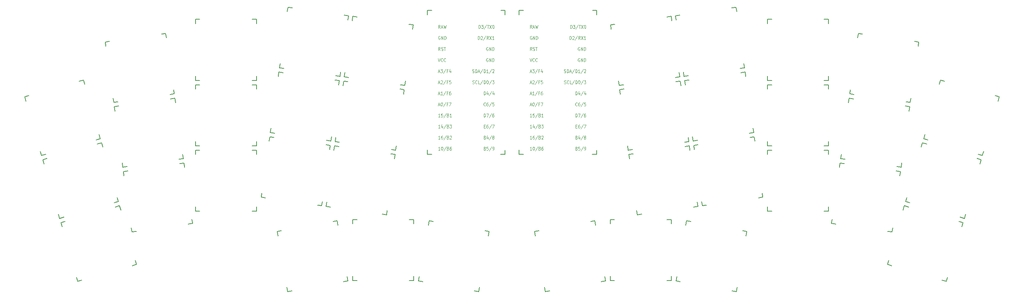
<source format=gbr>
%TF.GenerationSoftware,KiCad,Pcbnew,(5.1.9)-1*%
%TF.CreationDate,2021-03-06T17:12:20-05:00*%
%TF.ProjectId,ya36,79613336-2e6b-4696-9361-645f70636258,rev?*%
%TF.SameCoordinates,Original*%
%TF.FileFunction,Legend,Top*%
%TF.FilePolarity,Positive*%
%FSLAX46Y46*%
G04 Gerber Fmt 4.6, Leading zero omitted, Abs format (unit mm)*
G04 Created by KiCad (PCBNEW (5.1.9)-1) date 2021-03-06 17:12:20*
%MOMM*%
%LPD*%
G01*
G04 APERTURE LIST*
%ADD10C,0.150000*%
%ADD11C,0.125000*%
G04 APERTURE END LIST*
D10*
%TO.C,U2*%
X171900000Y-84500000D02*
X170890000Y-84500000D01*
X154100000Y-84500000D02*
X155100000Y-84500000D01*
X171900000Y-83500000D02*
X171900000Y-84500000D01*
X154100000Y-83450000D02*
X154100000Y-84500000D01*
X171900000Y-51450000D02*
X170950000Y-51450000D01*
X154100000Y-51450000D02*
X155100000Y-51450000D01*
X171900000Y-51450000D02*
X171900000Y-52450000D01*
X154100000Y-51450000D02*
X154100000Y-52450000D01*
%TO.C,U1*%
X150900000Y-84500000D02*
X149890000Y-84500000D01*
X133100000Y-84500000D02*
X134100000Y-84500000D01*
X150900000Y-83500000D02*
X150900000Y-84500000D01*
X133100000Y-83450000D02*
X133100000Y-84500000D01*
X150900000Y-51450000D02*
X149950000Y-51450000D01*
X133100000Y-51450000D02*
X134100000Y-51450000D01*
X150900000Y-51450000D02*
X150900000Y-52450000D01*
X133100000Y-51450000D02*
X133100000Y-52450000D01*
%TO.C,SW13*%
X80000000Y-84500000D02*
X80000000Y-83500000D01*
X80000000Y-97500000D02*
X81000000Y-97500000D01*
X81000000Y-83500000D02*
X80000000Y-83500000D01*
X80000000Y-97500000D02*
X80000000Y-96500000D01*
X94000000Y-96500000D02*
X94000000Y-97500000D01*
X94000000Y-97500000D02*
X93000000Y-97500000D01*
X93000000Y-97500000D02*
X94000000Y-97500000D01*
X94000000Y-83500000D02*
X94000000Y-84500000D01*
X94000000Y-83500000D02*
X93000000Y-83500000D01*
%TO.C,SW12*%
X63646970Y-89386624D02*
X63507797Y-88396356D01*
X65456220Y-102260109D02*
X66446488Y-102120936D01*
X64498065Y-88257183D02*
X63507797Y-88396356D01*
X65456220Y-102260109D02*
X65317047Y-101269841D01*
X79180800Y-99321418D02*
X79319973Y-100311686D01*
X79319973Y-100311686D02*
X78329705Y-100450859D01*
X78329705Y-100450859D02*
X79319973Y-100311686D01*
X77371550Y-86447933D02*
X77510723Y-87438201D01*
X77371550Y-86447933D02*
X76381282Y-86587106D01*
%TO.C,SW14*%
X96873971Y-81438201D02*
X97013144Y-80447933D01*
X95064721Y-94311686D02*
X96054989Y-94450859D01*
X98003412Y-80587106D02*
X97013144Y-80447933D01*
X95064721Y-94311686D02*
X95203894Y-93321418D01*
X109067647Y-95269841D02*
X108928474Y-96260109D01*
X108928474Y-96260109D02*
X107938206Y-96120936D01*
X107938206Y-96120936D02*
X108928474Y-96260109D01*
X110876897Y-82396356D02*
X110737724Y-83386624D01*
X110876897Y-82396356D02*
X109886629Y-82257183D01*
%TO.C,SW1*%
X41177122Y-72242965D02*
X40901485Y-71281704D01*
X44760408Y-84739367D02*
X45721669Y-84463730D01*
X41862746Y-71006066D02*
X40901485Y-71281704D01*
X44760408Y-84739367D02*
X44484770Y-83778106D01*
X57942434Y-79919183D02*
X58218071Y-80880444D01*
X58218071Y-80880444D02*
X57256810Y-81156082D01*
X57256810Y-81156082D02*
X58218071Y-80880444D01*
X54359148Y-67422781D02*
X54634786Y-68384042D01*
X54359148Y-67422781D02*
X53397887Y-67698418D01*
%TO.C,SW2*%
X59471777Y-59678582D02*
X59332604Y-58688314D01*
X61281027Y-72552067D02*
X62271295Y-72412894D01*
X60322872Y-58549141D02*
X59332604Y-58688314D01*
X61281027Y-72552067D02*
X61141854Y-71561799D01*
X75005607Y-69613376D02*
X75144780Y-70603644D01*
X75144780Y-70603644D02*
X74154512Y-70742817D01*
X74154512Y-70742817D02*
X75144780Y-70603644D01*
X73196357Y-56739891D02*
X73335530Y-57730159D01*
X73196357Y-56739891D02*
X72206089Y-56879064D01*
%TO.C,SW3*%
X80000000Y-54500000D02*
X80000000Y-53500000D01*
X80000000Y-67500000D02*
X81000000Y-67500000D01*
X81000000Y-53500000D02*
X80000000Y-53500000D01*
X80000000Y-67500000D02*
X80000000Y-66500000D01*
X94000000Y-66500000D02*
X94000000Y-67500000D01*
X94000000Y-67500000D02*
X93000000Y-67500000D01*
X93000000Y-67500000D02*
X94000000Y-67500000D01*
X94000000Y-53500000D02*
X94000000Y-54500000D01*
X94000000Y-53500000D02*
X93000000Y-53500000D01*
%TO.C,SW4*%
X101049164Y-51730159D02*
X101188337Y-50739891D01*
X99239914Y-64603644D02*
X100230182Y-64742817D01*
X102178605Y-50879064D02*
X101188337Y-50739891D01*
X99239914Y-64603644D02*
X99379087Y-63613376D01*
X113242840Y-65561799D02*
X113103667Y-66552067D01*
X113103667Y-66552067D02*
X112113399Y-66412894D01*
X112113399Y-66412894D02*
X113103667Y-66552067D01*
X115052090Y-52688314D02*
X114912917Y-53678582D01*
X115052090Y-52688314D02*
X114061822Y-52549141D01*
%TO.C,SW5*%
X115903185Y-53817756D02*
X116042358Y-52827488D01*
X114093935Y-66691241D02*
X115084203Y-66830414D01*
X117032626Y-52966661D02*
X116042358Y-52827488D01*
X114093935Y-66691241D02*
X114233108Y-65700973D01*
X128096861Y-67649396D02*
X127957688Y-68639664D01*
X127957688Y-68639664D02*
X126967420Y-68500491D01*
X126967420Y-68500491D02*
X127957688Y-68639664D01*
X129906111Y-54775911D02*
X129766938Y-55766179D01*
X129906111Y-54775911D02*
X128915843Y-54636738D01*
%TO.C,SW6*%
X45311683Y-86661890D02*
X45036046Y-85700629D01*
X48894969Y-99158292D02*
X49856230Y-98882655D01*
X45997307Y-85424991D02*
X45036046Y-85700629D01*
X48894969Y-99158292D02*
X48619331Y-98197031D01*
X62076995Y-94338108D02*
X62352632Y-95299369D01*
X62352632Y-95299369D02*
X61391371Y-95575007D01*
X61391371Y-95575007D02*
X62352632Y-95299369D01*
X58493709Y-81841706D02*
X58769347Y-82802967D01*
X58493709Y-81841706D02*
X57532448Y-82117343D01*
%TO.C,SW7*%
X61559373Y-74532602D02*
X61420200Y-73542334D01*
X63368623Y-87406087D02*
X64358891Y-87266914D01*
X62410468Y-73403161D02*
X61420200Y-73542334D01*
X63368623Y-87406087D02*
X63229450Y-86415819D01*
X77093203Y-84467396D02*
X77232376Y-85457664D01*
X77232376Y-85457664D02*
X76242108Y-85596837D01*
X76242108Y-85596837D02*
X77232376Y-85457664D01*
X75283953Y-71593911D02*
X75423126Y-72584179D01*
X75283953Y-71593911D02*
X74293685Y-71733084D01*
%TO.C,SW8*%
X80000000Y-69500000D02*
X80000000Y-68500000D01*
X80000000Y-82500000D02*
X81000000Y-82500000D01*
X81000000Y-68500000D02*
X80000000Y-68500000D01*
X80000000Y-82500000D02*
X80000000Y-81500000D01*
X94000000Y-81500000D02*
X94000000Y-82500000D01*
X94000000Y-82500000D02*
X93000000Y-82500000D01*
X93000000Y-82500000D02*
X94000000Y-82500000D01*
X94000000Y-68500000D02*
X94000000Y-69500000D01*
X94000000Y-68500000D02*
X93000000Y-68500000D01*
%TO.C,SW9*%
X98961568Y-66584181D02*
X99100741Y-65593913D01*
X97152318Y-79457666D02*
X98142586Y-79596839D01*
X100091009Y-65733086D02*
X99100741Y-65593913D01*
X97152318Y-79457666D02*
X97291491Y-78467398D01*
X111155244Y-80415821D02*
X111016071Y-81406089D01*
X111016071Y-81406089D02*
X110025803Y-81266916D01*
X110025803Y-81266916D02*
X111016071Y-81406089D01*
X112964494Y-67542336D02*
X112825321Y-68532604D01*
X112964494Y-67542336D02*
X111974226Y-67403163D01*
%TO.C,SW10*%
X113815589Y-68671776D02*
X113954762Y-67681508D01*
X112006339Y-81545261D02*
X112996607Y-81684434D01*
X114945030Y-67820681D02*
X113954762Y-67681508D01*
X112006339Y-81545261D02*
X112145512Y-80554993D01*
X126009265Y-82503416D02*
X125870092Y-83493684D01*
X125870092Y-83493684D02*
X124879824Y-83354511D01*
X124879824Y-83354511D02*
X125870092Y-83493684D01*
X127818515Y-69629931D02*
X127679342Y-70620199D01*
X127818515Y-69629931D02*
X126828247Y-69490758D01*
%TO.C,SW11*%
X49446243Y-101080816D02*
X49170606Y-100119555D01*
X53029529Y-113577218D02*
X53990790Y-113301581D01*
X50131867Y-99843917D02*
X49170606Y-100119555D01*
X53029529Y-113577218D02*
X52753891Y-112615957D01*
X66211555Y-108757034D02*
X66487192Y-109718295D01*
X66487192Y-109718295D02*
X65525931Y-109993933D01*
X65525931Y-109993933D02*
X66487192Y-109718295D01*
X62628269Y-96260632D02*
X62903907Y-97221893D01*
X62628269Y-96260632D02*
X61667008Y-96536269D01*
%TO.C,SW15*%
X111727992Y-83525797D02*
X111867165Y-82535529D01*
X109918742Y-96399282D02*
X110909010Y-96538455D01*
X112857433Y-82674702D02*
X111867165Y-82535529D01*
X109918742Y-96399282D02*
X110057915Y-95409014D01*
X123921668Y-97357437D02*
X123782495Y-98347705D01*
X123782495Y-98347705D02*
X122792227Y-98208532D01*
X122792227Y-98208532D02*
X123782495Y-98347705D01*
X125730918Y-84483952D02*
X125591745Y-85474220D01*
X125730918Y-84483952D02*
X124740650Y-84344779D01*
%TO.C,SW16*%
X98876038Y-103135420D02*
X98702389Y-102150612D01*
X101133464Y-115937921D02*
X102118272Y-115764272D01*
X99687197Y-101976964D02*
X98702389Y-102150612D01*
X101133464Y-115937921D02*
X100959816Y-114953113D01*
X114747124Y-112522038D02*
X114920773Y-113506846D01*
X114920773Y-113506846D02*
X113935965Y-113680494D01*
X113935965Y-113680494D02*
X114920773Y-113506846D01*
X112489698Y-99719537D02*
X112663346Y-100704345D01*
X112489698Y-99719537D02*
X111504890Y-99893186D01*
%TO.C,SW17*%
X116000000Y-100412426D02*
X116000000Y-99412426D01*
X116000000Y-113412426D02*
X117000000Y-113412426D01*
X117000000Y-99412426D02*
X116000000Y-99412426D01*
X116000000Y-113412426D02*
X116000000Y-112412426D01*
X130000000Y-112412426D02*
X130000000Y-113412426D01*
X130000000Y-113412426D02*
X129000000Y-113412426D01*
X129000000Y-113412426D02*
X130000000Y-113412426D01*
X130000000Y-99412426D02*
X130000000Y-100412426D01*
X130000000Y-99412426D02*
X129000000Y-99412426D01*
%TO.C,SW18*%
X133336655Y-100704345D02*
X133510303Y-99719537D01*
X131079228Y-113506846D02*
X132064036Y-113680494D01*
X134495111Y-99893186D02*
X133510303Y-99719537D01*
X131079228Y-113506846D02*
X131252877Y-112522038D01*
X145040185Y-114953113D02*
X144866537Y-115937921D01*
X144866537Y-115937921D02*
X143881729Y-115764272D01*
X143881729Y-115764272D02*
X144866537Y-115937921D01*
X147297612Y-102150612D02*
X147123963Y-103135420D01*
X147297612Y-102150612D02*
X146312804Y-101976964D01*
%TO.C,SW19*%
X250365214Y-68384042D02*
X250640852Y-67422781D01*
X246781929Y-80880444D02*
X247743190Y-81156082D01*
X251602113Y-67698418D02*
X250640852Y-67422781D01*
X246781929Y-80880444D02*
X247057566Y-79919183D01*
X260515230Y-83778106D02*
X260239592Y-84739367D01*
X260239592Y-84739367D02*
X259278331Y-84463730D01*
X259278331Y-84463730D02*
X260239592Y-84739367D01*
X264098515Y-71281704D02*
X263822878Y-72242965D01*
X264098515Y-71281704D02*
X263137254Y-71006066D01*
%TO.C,SW20*%
X231664470Y-57730159D02*
X231803643Y-56739891D01*
X229855220Y-70603644D02*
X230845488Y-70742817D01*
X232793911Y-56879064D02*
X231803643Y-56739891D01*
X229855220Y-70603644D02*
X229994393Y-69613376D01*
X243858146Y-71561799D02*
X243718973Y-72552067D01*
X243718973Y-72552067D02*
X242728705Y-72412894D01*
X242728705Y-72412894D02*
X243718973Y-72552067D01*
X245667396Y-58688314D02*
X245528223Y-59678582D01*
X245667396Y-58688314D02*
X244677128Y-58549141D01*
%TO.C,SW21*%
X211000000Y-54500000D02*
X211000000Y-53500000D01*
X211000000Y-67500000D02*
X212000000Y-67500000D01*
X212000000Y-53500000D02*
X211000000Y-53500000D01*
X211000000Y-67500000D02*
X211000000Y-66500000D01*
X225000000Y-66500000D02*
X225000000Y-67500000D01*
X225000000Y-67500000D02*
X224000000Y-67500000D01*
X224000000Y-67500000D02*
X225000000Y-67500000D01*
X225000000Y-53500000D02*
X225000000Y-54500000D01*
X225000000Y-53500000D02*
X224000000Y-53500000D01*
%TO.C,SW22*%
X190087084Y-53678582D02*
X189947911Y-52688314D01*
X191896334Y-66552067D02*
X192886602Y-66412894D01*
X190938179Y-52549141D02*
X189947911Y-52688314D01*
X191896334Y-66552067D02*
X191757161Y-65561799D01*
X205620914Y-63613376D02*
X205760087Y-64603644D01*
X205760087Y-64603644D02*
X204769819Y-64742817D01*
X204769819Y-64742817D02*
X205760087Y-64603644D01*
X203811664Y-50739891D02*
X203950837Y-51730159D01*
X203811664Y-50739891D02*
X202821396Y-50879064D01*
%TO.C,SW23*%
X175233063Y-55766179D02*
X175093890Y-54775911D01*
X177042313Y-68639664D02*
X178032581Y-68500491D01*
X176084158Y-54636738D02*
X175093890Y-54775911D01*
X177042313Y-68639664D02*
X176903140Y-67649396D01*
X190766893Y-65700973D02*
X190906066Y-66691241D01*
X190906066Y-66691241D02*
X189915798Y-66830414D01*
X189915798Y-66830414D02*
X190906066Y-66691241D01*
X188957643Y-52827488D02*
X189096816Y-53817756D01*
X188957643Y-52827488D02*
X187967375Y-52966661D01*
%TO.C,SW24*%
X246230653Y-82802967D02*
X246506291Y-81841706D01*
X242647368Y-95299369D02*
X243608629Y-95575007D01*
X247467552Y-82117343D02*
X246506291Y-81841706D01*
X242647368Y-95299369D02*
X242923005Y-94338108D01*
X256380669Y-98197031D02*
X256105031Y-99158292D01*
X256105031Y-99158292D02*
X255143770Y-98882655D01*
X255143770Y-98882655D02*
X256105031Y-99158292D01*
X259963954Y-85700629D02*
X259688317Y-86661890D01*
X259963954Y-85700629D02*
X259002693Y-85424991D01*
%TO.C,SW25*%
X229576874Y-72584179D02*
X229716047Y-71593911D01*
X227767624Y-85457664D02*
X228757892Y-85596837D01*
X230706315Y-71733084D02*
X229716047Y-71593911D01*
X227767624Y-85457664D02*
X227906797Y-84467396D01*
X241770550Y-86415819D02*
X241631377Y-87406087D01*
X241631377Y-87406087D02*
X240641109Y-87266914D01*
X240641109Y-87266914D02*
X241631377Y-87406087D01*
X243579800Y-73542334D02*
X243440627Y-74532602D01*
X243579800Y-73542334D02*
X242589532Y-73403161D01*
%TO.C,SW26*%
X211000000Y-69500000D02*
X211000000Y-68500000D01*
X211000000Y-82500000D02*
X212000000Y-82500000D01*
X212000000Y-68500000D02*
X211000000Y-68500000D01*
X211000000Y-82500000D02*
X211000000Y-81500000D01*
X225000000Y-81500000D02*
X225000000Y-82500000D01*
X225000000Y-82500000D02*
X224000000Y-82500000D01*
X224000000Y-82500000D02*
X225000000Y-82500000D01*
X225000000Y-68500000D02*
X225000000Y-69500000D01*
X225000000Y-68500000D02*
X224000000Y-68500000D01*
%TO.C,SW27*%
X192174680Y-68532604D02*
X192035507Y-67542336D01*
X193983930Y-81406089D02*
X194974198Y-81266916D01*
X193025775Y-67403163D02*
X192035507Y-67542336D01*
X193983930Y-81406089D02*
X193844757Y-80415821D01*
X207708510Y-78467398D02*
X207847683Y-79457666D01*
X207847683Y-79457666D02*
X206857415Y-79596839D01*
X206857415Y-79596839D02*
X207847683Y-79457666D01*
X205899260Y-65593913D02*
X206038433Y-66584181D01*
X205899260Y-65593913D02*
X204908992Y-65733086D01*
%TO.C,SW28*%
X177320659Y-70620199D02*
X177181486Y-69629931D01*
X179129909Y-83493684D02*
X180120177Y-83354511D01*
X178171754Y-69490758D02*
X177181486Y-69629931D01*
X179129909Y-83493684D02*
X178990736Y-82503416D01*
X192854489Y-80554993D02*
X192993662Y-81545261D01*
X192993662Y-81545261D02*
X192003394Y-81684434D01*
X192003394Y-81684434D02*
X192993662Y-81545261D01*
X191045239Y-67681508D02*
X191184412Y-68671776D01*
X191045239Y-67681508D02*
X190054971Y-67820681D01*
%TO.C,SW29*%
X242096093Y-97221893D02*
X242371731Y-96260632D01*
X238512808Y-109718295D02*
X239474069Y-109993933D01*
X243332992Y-96536269D02*
X242371731Y-96260632D01*
X238512808Y-109718295D02*
X238788445Y-108757034D01*
X252246109Y-112615957D02*
X251970471Y-113577218D01*
X251970471Y-113577218D02*
X251009210Y-113301581D01*
X251009210Y-113301581D02*
X251970471Y-113577218D01*
X255829394Y-100119555D02*
X255553757Y-101080816D01*
X255829394Y-100119555D02*
X254868133Y-99843917D01*
%TO.C,SW30*%
X227489277Y-87438201D02*
X227628450Y-86447933D01*
X225680027Y-100311686D02*
X226670295Y-100450859D01*
X228618718Y-86587106D02*
X227628450Y-86447933D01*
X225680027Y-100311686D02*
X225819200Y-99321418D01*
X239682953Y-101269841D02*
X239543780Y-102260109D01*
X239543780Y-102260109D02*
X238553512Y-102120936D01*
X238553512Y-102120936D02*
X239543780Y-102260109D01*
X241492203Y-88396356D02*
X241353030Y-89386624D01*
X241492203Y-88396356D02*
X240501935Y-88257183D01*
%TO.C,SW31*%
X211000000Y-84500000D02*
X211000000Y-83500000D01*
X211000000Y-97500000D02*
X212000000Y-97500000D01*
X212000000Y-83500000D02*
X211000000Y-83500000D01*
X211000000Y-97500000D02*
X211000000Y-96500000D01*
X225000000Y-96500000D02*
X225000000Y-97500000D01*
X225000000Y-97500000D02*
X224000000Y-97500000D01*
X224000000Y-97500000D02*
X225000000Y-97500000D01*
X225000000Y-83500000D02*
X225000000Y-84500000D01*
X225000000Y-83500000D02*
X224000000Y-83500000D01*
%TO.C,SW32*%
X194262277Y-83386624D02*
X194123104Y-82396356D01*
X196071527Y-96260109D02*
X197061795Y-96120936D01*
X195113372Y-82257183D02*
X194123104Y-82396356D01*
X196071527Y-96260109D02*
X195932354Y-95269841D01*
X209796107Y-93321418D02*
X209935280Y-94311686D01*
X209935280Y-94311686D02*
X208945012Y-94450859D01*
X208945012Y-94450859D02*
X209935280Y-94311686D01*
X207986857Y-80447933D02*
X208126030Y-81438201D01*
X207986857Y-80447933D02*
X206996589Y-80587106D01*
%TO.C,SW33*%
X179408256Y-85474220D02*
X179269083Y-84483952D01*
X181217506Y-98347705D02*
X182207774Y-98208532D01*
X180259351Y-84344779D02*
X179269083Y-84483952D01*
X181217506Y-98347705D02*
X181078333Y-97357437D01*
X194942086Y-95409014D02*
X195081259Y-96399282D01*
X195081259Y-96399282D02*
X194090991Y-96538455D01*
X194090991Y-96538455D02*
X195081259Y-96399282D01*
X193132836Y-82535529D02*
X193272009Y-83525797D01*
X193132836Y-82535529D02*
X192142568Y-82674702D01*
%TO.C,SW34*%
X192336655Y-100704345D02*
X192510303Y-99719537D01*
X190079228Y-113506846D02*
X191064036Y-113680494D01*
X193495111Y-99893186D02*
X192510303Y-99719537D01*
X190079228Y-113506846D02*
X190252877Y-112522038D01*
X204040185Y-114953113D02*
X203866537Y-115937921D01*
X203866537Y-115937921D02*
X202881729Y-115764272D01*
X202881729Y-115764272D02*
X203866537Y-115937921D01*
X206297612Y-102150612D02*
X206123963Y-103135420D01*
X206297612Y-102150612D02*
X205312804Y-101976964D01*
%TO.C,SW35*%
X175000000Y-100412426D02*
X175000000Y-99412426D01*
X175000000Y-113412426D02*
X176000000Y-113412426D01*
X176000000Y-99412426D02*
X175000000Y-99412426D01*
X175000000Y-113412426D02*
X175000000Y-112412426D01*
X189000000Y-112412426D02*
X189000000Y-113412426D01*
X189000000Y-113412426D02*
X188000000Y-113412426D01*
X188000000Y-113412426D02*
X189000000Y-113412426D01*
X189000000Y-99412426D02*
X189000000Y-100412426D01*
X189000000Y-99412426D02*
X188000000Y-99412426D01*
%TO.C,SW36*%
X157876038Y-103135420D02*
X157702389Y-102150612D01*
X160133464Y-115937921D02*
X161118272Y-115764272D01*
X158687197Y-101976964D02*
X157702389Y-102150612D01*
X160133464Y-115937921D02*
X159959816Y-114953113D01*
X173747124Y-112522038D02*
X173920773Y-113506846D01*
X173920773Y-113506846D02*
X172935965Y-113680494D01*
X172935965Y-113680494D02*
X173920773Y-113506846D01*
X171489698Y-99719537D02*
X171663346Y-100704345D01*
X171489698Y-99719537D02*
X170504890Y-99893186D01*
%TO.C,U2*%
D11*
X157037380Y-55557535D02*
X156814047Y-55200392D01*
X156654523Y-55557535D02*
X156654523Y-54807535D01*
X156909761Y-54807535D01*
X156973571Y-54843250D01*
X157005476Y-54878964D01*
X157037380Y-54950392D01*
X157037380Y-55057535D01*
X157005476Y-55128964D01*
X156973571Y-55164678D01*
X156909761Y-55200392D01*
X156654523Y-55200392D01*
X157292619Y-55343250D02*
X157611666Y-55343250D01*
X157228809Y-55557535D02*
X157452142Y-54807535D01*
X157675476Y-55557535D01*
X157835000Y-54807535D02*
X157994523Y-55557535D01*
X158122142Y-55021821D01*
X158249761Y-55557535D01*
X158409285Y-54807535D01*
X157005475Y-57383250D02*
X156941666Y-57347535D01*
X156845952Y-57347535D01*
X156750237Y-57383250D01*
X156686428Y-57454678D01*
X156654523Y-57526107D01*
X156622618Y-57668964D01*
X156622618Y-57776107D01*
X156654523Y-57918964D01*
X156686428Y-57990392D01*
X156750237Y-58061821D01*
X156845952Y-58097535D01*
X156909761Y-58097535D01*
X157005475Y-58061821D01*
X157037380Y-58026107D01*
X157037380Y-57776107D01*
X156909761Y-57776107D01*
X157324523Y-58097535D02*
X157324523Y-57347535D01*
X157707380Y-58097535D01*
X157707380Y-57347535D01*
X158026428Y-58097535D02*
X158026428Y-57347535D01*
X158185952Y-57347535D01*
X158281666Y-57383250D01*
X158345475Y-57454678D01*
X158377380Y-57526107D01*
X158409285Y-57668964D01*
X158409285Y-57776107D01*
X158377380Y-57918964D01*
X158345475Y-57990392D01*
X158281666Y-58061821D01*
X158185952Y-58097535D01*
X158026428Y-58097535D01*
X157037380Y-60637535D02*
X156814046Y-60280392D01*
X156654523Y-60637535D02*
X156654523Y-59887535D01*
X156909761Y-59887535D01*
X156973570Y-59923250D01*
X157005475Y-59958964D01*
X157037380Y-60030392D01*
X157037380Y-60137535D01*
X157005475Y-60208964D01*
X156973570Y-60244678D01*
X156909761Y-60280392D01*
X156654523Y-60280392D01*
X157292618Y-60601821D02*
X157388332Y-60637535D01*
X157547856Y-60637535D01*
X157611665Y-60601821D01*
X157643570Y-60566107D01*
X157675475Y-60494678D01*
X157675475Y-60423250D01*
X157643570Y-60351821D01*
X157611665Y-60316107D01*
X157547856Y-60280392D01*
X157420237Y-60244678D01*
X157356427Y-60208964D01*
X157324523Y-60173250D01*
X157292618Y-60101821D01*
X157292618Y-60030392D01*
X157324523Y-59958964D01*
X157356427Y-59923250D01*
X157420237Y-59887535D01*
X157579761Y-59887535D01*
X157675475Y-59923250D01*
X157866904Y-59887535D02*
X158249761Y-59887535D01*
X158058332Y-60637535D02*
X158058332Y-59887535D01*
X156558809Y-62427535D02*
X156782143Y-63177535D01*
X157005476Y-62427535D01*
X157611666Y-63106107D02*
X157579762Y-63141821D01*
X157484047Y-63177535D01*
X157420238Y-63177535D01*
X157324523Y-63141821D01*
X157260714Y-63070392D01*
X157228809Y-62998964D01*
X157196904Y-62856107D01*
X157196904Y-62748964D01*
X157228809Y-62606107D01*
X157260714Y-62534678D01*
X157324523Y-62463250D01*
X157420238Y-62427535D01*
X157484047Y-62427535D01*
X157579762Y-62463250D01*
X157611666Y-62498964D01*
X158281666Y-63106107D02*
X158249762Y-63141821D01*
X158154047Y-63177535D01*
X158090238Y-63177535D01*
X157994523Y-63141821D01*
X157930714Y-63070392D01*
X157898809Y-62998964D01*
X157866904Y-62856107D01*
X157866904Y-62748964D01*
X157898809Y-62606107D01*
X157930714Y-62534678D01*
X157994523Y-62463250D01*
X158090238Y-62427535D01*
X158154047Y-62427535D01*
X158249762Y-62463250D01*
X158281666Y-62498964D01*
X156622618Y-65503250D02*
X156941666Y-65503250D01*
X156558809Y-65717535D02*
X156782142Y-64967535D01*
X157005475Y-65717535D01*
X157164999Y-64967535D02*
X157579761Y-64967535D01*
X157356428Y-65253250D01*
X157452142Y-65253250D01*
X157515952Y-65288964D01*
X157547856Y-65324678D01*
X157579761Y-65396107D01*
X157579761Y-65574678D01*
X157547856Y-65646107D01*
X157515952Y-65681821D01*
X157452142Y-65717535D01*
X157260713Y-65717535D01*
X157196904Y-65681821D01*
X157164999Y-65646107D01*
X158345475Y-64931821D02*
X157771190Y-65896107D01*
X158792142Y-65324678D02*
X158568809Y-65324678D01*
X158568809Y-65717535D02*
X158568809Y-64967535D01*
X158887856Y-64967535D01*
X159430237Y-65217535D02*
X159430237Y-65717535D01*
X159270713Y-64931821D02*
X159111190Y-65467535D01*
X159525952Y-65467535D01*
X156622618Y-68043250D02*
X156941666Y-68043250D01*
X156558809Y-68257535D02*
X156782142Y-67507535D01*
X157005475Y-68257535D01*
X157196904Y-67578964D02*
X157228809Y-67543250D01*
X157292618Y-67507535D01*
X157452142Y-67507535D01*
X157515952Y-67543250D01*
X157547856Y-67578964D01*
X157579761Y-67650392D01*
X157579761Y-67721821D01*
X157547856Y-67828964D01*
X157164999Y-68257535D01*
X157579761Y-68257535D01*
X158345475Y-67471821D02*
X157771190Y-68436107D01*
X158792142Y-67864678D02*
X158568809Y-67864678D01*
X158568809Y-68257535D02*
X158568809Y-67507535D01*
X158887856Y-67507535D01*
X159462142Y-67507535D02*
X159143094Y-67507535D01*
X159111190Y-67864678D01*
X159143094Y-67828964D01*
X159206904Y-67793250D01*
X159366428Y-67793250D01*
X159430237Y-67828964D01*
X159462142Y-67864678D01*
X159494047Y-67936107D01*
X159494047Y-68114678D01*
X159462142Y-68186107D01*
X159430237Y-68221821D01*
X159366428Y-68257535D01*
X159206904Y-68257535D01*
X159143094Y-68221821D01*
X159111190Y-68186107D01*
X156622618Y-70583250D02*
X156941666Y-70583250D01*
X156558809Y-70797535D02*
X156782142Y-70047535D01*
X157005475Y-70797535D01*
X157579761Y-70797535D02*
X157196904Y-70797535D01*
X157388333Y-70797535D02*
X157388333Y-70047535D01*
X157324523Y-70154678D01*
X157260713Y-70226107D01*
X157196904Y-70261821D01*
X158345475Y-70011821D02*
X157771190Y-70976107D01*
X158792142Y-70404678D02*
X158568809Y-70404678D01*
X158568809Y-70797535D02*
X158568809Y-70047535D01*
X158887856Y-70047535D01*
X159430237Y-70047535D02*
X159302618Y-70047535D01*
X159238809Y-70083250D01*
X159206904Y-70118964D01*
X159143094Y-70226107D01*
X159111190Y-70368964D01*
X159111190Y-70654678D01*
X159143094Y-70726107D01*
X159174999Y-70761821D01*
X159238809Y-70797535D01*
X159366428Y-70797535D01*
X159430237Y-70761821D01*
X159462142Y-70726107D01*
X159494047Y-70654678D01*
X159494047Y-70476107D01*
X159462142Y-70404678D01*
X159430237Y-70368964D01*
X159366428Y-70333250D01*
X159238809Y-70333250D01*
X159174999Y-70368964D01*
X159143094Y-70404678D01*
X159111190Y-70476107D01*
X156622618Y-73123250D02*
X156941666Y-73123250D01*
X156558809Y-73337535D02*
X156782142Y-72587535D01*
X157005475Y-73337535D01*
X157356428Y-72587535D02*
X157420237Y-72587535D01*
X157484047Y-72623250D01*
X157515952Y-72658964D01*
X157547856Y-72730392D01*
X157579761Y-72873250D01*
X157579761Y-73051821D01*
X157547856Y-73194678D01*
X157515952Y-73266107D01*
X157484047Y-73301821D01*
X157420237Y-73337535D01*
X157356428Y-73337535D01*
X157292618Y-73301821D01*
X157260713Y-73266107D01*
X157228809Y-73194678D01*
X157196904Y-73051821D01*
X157196904Y-72873250D01*
X157228809Y-72730392D01*
X157260713Y-72658964D01*
X157292618Y-72623250D01*
X157356428Y-72587535D01*
X158345475Y-72551821D02*
X157771190Y-73516107D01*
X158792142Y-72944678D02*
X158568809Y-72944678D01*
X158568809Y-73337535D02*
X158568809Y-72587535D01*
X158887856Y-72587535D01*
X159079285Y-72587535D02*
X159525952Y-72587535D01*
X159238809Y-73337535D01*
X157005475Y-75877535D02*
X156622618Y-75877535D01*
X156814047Y-75877535D02*
X156814047Y-75127535D01*
X156750237Y-75234678D01*
X156686428Y-75306107D01*
X156622618Y-75341821D01*
X157611666Y-75127535D02*
X157292618Y-75127535D01*
X157260714Y-75484678D01*
X157292618Y-75448964D01*
X157356428Y-75413250D01*
X157515952Y-75413250D01*
X157579761Y-75448964D01*
X157611666Y-75484678D01*
X157643571Y-75556107D01*
X157643571Y-75734678D01*
X157611666Y-75806107D01*
X157579761Y-75841821D01*
X157515952Y-75877535D01*
X157356428Y-75877535D01*
X157292618Y-75841821D01*
X157260714Y-75806107D01*
X158409285Y-75091821D02*
X157834999Y-76056107D01*
X158855952Y-75484678D02*
X158951666Y-75520392D01*
X158983571Y-75556107D01*
X159015475Y-75627535D01*
X159015475Y-75734678D01*
X158983571Y-75806107D01*
X158951666Y-75841821D01*
X158887856Y-75877535D01*
X158632618Y-75877535D01*
X158632618Y-75127535D01*
X158855952Y-75127535D01*
X158919761Y-75163250D01*
X158951666Y-75198964D01*
X158983571Y-75270392D01*
X158983571Y-75341821D01*
X158951666Y-75413250D01*
X158919761Y-75448964D01*
X158855952Y-75484678D01*
X158632618Y-75484678D01*
X159653571Y-75877535D02*
X159270714Y-75877535D01*
X159462142Y-75877535D02*
X159462142Y-75127535D01*
X159398333Y-75234678D01*
X159334523Y-75306107D01*
X159270714Y-75341821D01*
X157005475Y-78417535D02*
X156622618Y-78417535D01*
X156814047Y-78417535D02*
X156814047Y-77667535D01*
X156750237Y-77774678D01*
X156686428Y-77846107D01*
X156622618Y-77881821D01*
X157579761Y-77917535D02*
X157579761Y-78417535D01*
X157420237Y-77631821D02*
X157260714Y-78167535D01*
X157675475Y-78167535D01*
X158409285Y-77631821D02*
X157834999Y-78596107D01*
X158855952Y-78024678D02*
X158951666Y-78060392D01*
X158983571Y-78096107D01*
X159015475Y-78167535D01*
X159015475Y-78274678D01*
X158983571Y-78346107D01*
X158951666Y-78381821D01*
X158887856Y-78417535D01*
X158632618Y-78417535D01*
X158632618Y-77667535D01*
X158855952Y-77667535D01*
X158919761Y-77703250D01*
X158951666Y-77738964D01*
X158983571Y-77810392D01*
X158983571Y-77881821D01*
X158951666Y-77953250D01*
X158919761Y-77988964D01*
X158855952Y-78024678D01*
X158632618Y-78024678D01*
X159238809Y-77667535D02*
X159653571Y-77667535D01*
X159430237Y-77953250D01*
X159525952Y-77953250D01*
X159589761Y-77988964D01*
X159621666Y-78024678D01*
X159653571Y-78096107D01*
X159653571Y-78274678D01*
X159621666Y-78346107D01*
X159589761Y-78381821D01*
X159525952Y-78417535D01*
X159334523Y-78417535D01*
X159270714Y-78381821D01*
X159238809Y-78346107D01*
X157005475Y-83497535D02*
X156622618Y-83497535D01*
X156814047Y-83497535D02*
X156814047Y-82747535D01*
X156750237Y-82854678D01*
X156686428Y-82926107D01*
X156622618Y-82961821D01*
X157420237Y-82747535D02*
X157484047Y-82747535D01*
X157547856Y-82783250D01*
X157579761Y-82818964D01*
X157611666Y-82890392D01*
X157643571Y-83033250D01*
X157643571Y-83211821D01*
X157611666Y-83354678D01*
X157579761Y-83426107D01*
X157547856Y-83461821D01*
X157484047Y-83497535D01*
X157420237Y-83497535D01*
X157356428Y-83461821D01*
X157324523Y-83426107D01*
X157292618Y-83354678D01*
X157260714Y-83211821D01*
X157260714Y-83033250D01*
X157292618Y-82890392D01*
X157324523Y-82818964D01*
X157356428Y-82783250D01*
X157420237Y-82747535D01*
X158409285Y-82711821D02*
X157834999Y-83676107D01*
X158855952Y-83104678D02*
X158951666Y-83140392D01*
X158983571Y-83176107D01*
X159015475Y-83247535D01*
X159015475Y-83354678D01*
X158983571Y-83426107D01*
X158951666Y-83461821D01*
X158887856Y-83497535D01*
X158632618Y-83497535D01*
X158632618Y-82747535D01*
X158855952Y-82747535D01*
X158919761Y-82783250D01*
X158951666Y-82818964D01*
X158983571Y-82890392D01*
X158983571Y-82961821D01*
X158951666Y-83033250D01*
X158919761Y-83068964D01*
X158855952Y-83104678D01*
X158632618Y-83104678D01*
X159589761Y-82747535D02*
X159462142Y-82747535D01*
X159398333Y-82783250D01*
X159366428Y-82818964D01*
X159302618Y-82926107D01*
X159270714Y-83068964D01*
X159270714Y-83354678D01*
X159302618Y-83426107D01*
X159334523Y-83461821D01*
X159398333Y-83497535D01*
X159525952Y-83497535D01*
X159589761Y-83461821D01*
X159621666Y-83426107D01*
X159653571Y-83354678D01*
X159653571Y-83176107D01*
X159621666Y-83104678D01*
X159589761Y-83068964D01*
X159525952Y-83033250D01*
X159398333Y-83033250D01*
X159334523Y-83068964D01*
X159302618Y-83104678D01*
X159270714Y-83176107D01*
X157005475Y-80957535D02*
X156622618Y-80957535D01*
X156814047Y-80957535D02*
X156814047Y-80207535D01*
X156750237Y-80314678D01*
X156686428Y-80386107D01*
X156622618Y-80421821D01*
X157579761Y-80207535D02*
X157452142Y-80207535D01*
X157388333Y-80243250D01*
X157356428Y-80278964D01*
X157292618Y-80386107D01*
X157260714Y-80528964D01*
X157260714Y-80814678D01*
X157292618Y-80886107D01*
X157324523Y-80921821D01*
X157388333Y-80957535D01*
X157515952Y-80957535D01*
X157579761Y-80921821D01*
X157611666Y-80886107D01*
X157643571Y-80814678D01*
X157643571Y-80636107D01*
X157611666Y-80564678D01*
X157579761Y-80528964D01*
X157515952Y-80493250D01*
X157388333Y-80493250D01*
X157324523Y-80528964D01*
X157292618Y-80564678D01*
X157260714Y-80636107D01*
X158409285Y-80171821D02*
X157834999Y-81136107D01*
X158855952Y-80564678D02*
X158951666Y-80600392D01*
X158983571Y-80636107D01*
X159015475Y-80707535D01*
X159015475Y-80814678D01*
X158983571Y-80886107D01*
X158951666Y-80921821D01*
X158887856Y-80957535D01*
X158632618Y-80957535D01*
X158632618Y-80207535D01*
X158855952Y-80207535D01*
X158919761Y-80243250D01*
X158951666Y-80278964D01*
X158983571Y-80350392D01*
X158983571Y-80421821D01*
X158951666Y-80493250D01*
X158919761Y-80528964D01*
X158855952Y-80564678D01*
X158632618Y-80564678D01*
X159270714Y-80278964D02*
X159302618Y-80243250D01*
X159366428Y-80207535D01*
X159525952Y-80207535D01*
X159589761Y-80243250D01*
X159621666Y-80278964D01*
X159653571Y-80350392D01*
X159653571Y-80421821D01*
X159621666Y-80528964D01*
X159238809Y-80957535D01*
X159653571Y-80957535D01*
X167096190Y-78024678D02*
X167319524Y-78024678D01*
X167415238Y-78417535D02*
X167096190Y-78417535D01*
X167096190Y-77667535D01*
X167415238Y-77667535D01*
X167989524Y-77667535D02*
X167861905Y-77667535D01*
X167798095Y-77703250D01*
X167766190Y-77738964D01*
X167702381Y-77846107D01*
X167670476Y-77988964D01*
X167670476Y-78274678D01*
X167702381Y-78346107D01*
X167734286Y-78381821D01*
X167798095Y-78417535D01*
X167925714Y-78417535D01*
X167989524Y-78381821D01*
X168021429Y-78346107D01*
X168053333Y-78274678D01*
X168053333Y-78096107D01*
X168021429Y-78024678D01*
X167989524Y-77988964D01*
X167925714Y-77953250D01*
X167798095Y-77953250D01*
X167734286Y-77988964D01*
X167702381Y-78024678D01*
X167670476Y-78096107D01*
X168819048Y-77631821D02*
X168244762Y-78596107D01*
X168978571Y-77667535D02*
X169425238Y-77667535D01*
X169138095Y-78417535D01*
X167032381Y-75877535D02*
X167032381Y-75127535D01*
X167191905Y-75127535D01*
X167287619Y-75163250D01*
X167351428Y-75234678D01*
X167383333Y-75306107D01*
X167415238Y-75448964D01*
X167415238Y-75556107D01*
X167383333Y-75698964D01*
X167351428Y-75770392D01*
X167287619Y-75841821D01*
X167191905Y-75877535D01*
X167032381Y-75877535D01*
X167638571Y-75127535D02*
X168085238Y-75127535D01*
X167798095Y-75877535D01*
X168819047Y-75091821D02*
X168244762Y-76056107D01*
X169329524Y-75127535D02*
X169201905Y-75127535D01*
X169138095Y-75163250D01*
X169106190Y-75198964D01*
X169042381Y-75306107D01*
X169010476Y-75448964D01*
X169010476Y-75734678D01*
X169042381Y-75806107D01*
X169074285Y-75841821D01*
X169138095Y-75877535D01*
X169265714Y-75877535D01*
X169329524Y-75841821D01*
X169361428Y-75806107D01*
X169393333Y-75734678D01*
X169393333Y-75556107D01*
X169361428Y-75484678D01*
X169329524Y-75448964D01*
X169265714Y-75413250D01*
X169138095Y-75413250D01*
X169074285Y-75448964D01*
X169042381Y-75484678D01*
X169010476Y-75556107D01*
X167989523Y-59923250D02*
X167925714Y-59887535D01*
X167830000Y-59887535D01*
X167734285Y-59923250D01*
X167670476Y-59994678D01*
X167638571Y-60066107D01*
X167606666Y-60208964D01*
X167606666Y-60316107D01*
X167638571Y-60458964D01*
X167670476Y-60530392D01*
X167734285Y-60601821D01*
X167830000Y-60637535D01*
X167893809Y-60637535D01*
X167989523Y-60601821D01*
X168021428Y-60566107D01*
X168021428Y-60316107D01*
X167893809Y-60316107D01*
X168308571Y-60637535D02*
X168308571Y-59887535D01*
X168691428Y-60637535D01*
X168691428Y-59887535D01*
X169010476Y-60637535D02*
X169010476Y-59887535D01*
X169170000Y-59887535D01*
X169265714Y-59923250D01*
X169329523Y-59994678D01*
X169361428Y-60066107D01*
X169393333Y-60208964D01*
X169393333Y-60316107D01*
X169361428Y-60458964D01*
X169329523Y-60530392D01*
X169265714Y-60601821D01*
X169170000Y-60637535D01*
X169010476Y-60637535D01*
X167989523Y-62463250D02*
X167925714Y-62427535D01*
X167830000Y-62427535D01*
X167734285Y-62463250D01*
X167670476Y-62534678D01*
X167638571Y-62606107D01*
X167606666Y-62748964D01*
X167606666Y-62856107D01*
X167638571Y-62998964D01*
X167670476Y-63070392D01*
X167734285Y-63141821D01*
X167830000Y-63177535D01*
X167893809Y-63177535D01*
X167989523Y-63141821D01*
X168021428Y-63106107D01*
X168021428Y-62856107D01*
X167893809Y-62856107D01*
X168308571Y-63177535D02*
X168308571Y-62427535D01*
X168691428Y-63177535D01*
X168691428Y-62427535D01*
X169010476Y-63177535D02*
X169010476Y-62427535D01*
X169170000Y-62427535D01*
X169265714Y-62463250D01*
X169329523Y-62534678D01*
X169361428Y-62606107D01*
X169393333Y-62748964D01*
X169393333Y-62856107D01*
X169361428Y-62998964D01*
X169329523Y-63070392D01*
X169265714Y-63141821D01*
X169170000Y-63177535D01*
X169010476Y-63177535D01*
X165883809Y-55557535D02*
X165883809Y-54807535D01*
X166043333Y-54807535D01*
X166139047Y-54843250D01*
X166202857Y-54914678D01*
X166234761Y-54986107D01*
X166266666Y-55128964D01*
X166266666Y-55236107D01*
X166234761Y-55378964D01*
X166202857Y-55450392D01*
X166139047Y-55521821D01*
X166043333Y-55557535D01*
X165883809Y-55557535D01*
X166489999Y-54807535D02*
X166904761Y-54807535D01*
X166681428Y-55093250D01*
X166777142Y-55093250D01*
X166840952Y-55128964D01*
X166872857Y-55164678D01*
X166904761Y-55236107D01*
X166904761Y-55414678D01*
X166872857Y-55486107D01*
X166840952Y-55521821D01*
X166777142Y-55557535D01*
X166585714Y-55557535D01*
X166521904Y-55521821D01*
X166489999Y-55486107D01*
X167670476Y-54771821D02*
X167096190Y-55736107D01*
X167798095Y-54807535D02*
X168180952Y-54807535D01*
X167989523Y-55557535D02*
X167989523Y-54807535D01*
X168340476Y-54807535D02*
X168787142Y-55557535D01*
X168787142Y-54807535D02*
X168340476Y-55557535D01*
X169169999Y-54807535D02*
X169233809Y-54807535D01*
X169297619Y-54843250D01*
X169329523Y-54878964D01*
X169361428Y-54950392D01*
X169393333Y-55093250D01*
X169393333Y-55271821D01*
X169361428Y-55414678D01*
X169329523Y-55486107D01*
X169297619Y-55521821D01*
X169233809Y-55557535D01*
X169169999Y-55557535D01*
X169106190Y-55521821D01*
X169074285Y-55486107D01*
X169042380Y-55414678D01*
X169010476Y-55271821D01*
X169010476Y-55093250D01*
X169042380Y-54950392D01*
X169074285Y-54878964D01*
X169106190Y-54843250D01*
X169169999Y-54807535D01*
X167032381Y-70797535D02*
X167032381Y-70047535D01*
X167191905Y-70047535D01*
X167287619Y-70083250D01*
X167351428Y-70154678D01*
X167383333Y-70226107D01*
X167415238Y-70368964D01*
X167415238Y-70476107D01*
X167383333Y-70618964D01*
X167351428Y-70690392D01*
X167287619Y-70761821D01*
X167191905Y-70797535D01*
X167032381Y-70797535D01*
X167989524Y-70297535D02*
X167989524Y-70797535D01*
X167830000Y-70011821D02*
X167670476Y-70547535D01*
X168085238Y-70547535D01*
X168819047Y-70011821D02*
X168244762Y-70976107D01*
X169329524Y-70297535D02*
X169329524Y-70797535D01*
X169170000Y-70011821D02*
X169010476Y-70547535D01*
X169425238Y-70547535D01*
X164416190Y-65681821D02*
X164511904Y-65717535D01*
X164671428Y-65717535D01*
X164735238Y-65681821D01*
X164767142Y-65646107D01*
X164799047Y-65574678D01*
X164799047Y-65503250D01*
X164767142Y-65431821D01*
X164735238Y-65396107D01*
X164671428Y-65360392D01*
X164543809Y-65324678D01*
X164480000Y-65288964D01*
X164448095Y-65253250D01*
X164416190Y-65181821D01*
X164416190Y-65110392D01*
X164448095Y-65038964D01*
X164480000Y-65003250D01*
X164543809Y-64967535D01*
X164703333Y-64967535D01*
X164799047Y-65003250D01*
X165086190Y-65717535D02*
X165086190Y-64967535D01*
X165245714Y-64967535D01*
X165341428Y-65003250D01*
X165405238Y-65074678D01*
X165437142Y-65146107D01*
X165469047Y-65288964D01*
X165469047Y-65396107D01*
X165437142Y-65538964D01*
X165405238Y-65610392D01*
X165341428Y-65681821D01*
X165245714Y-65717535D01*
X165086190Y-65717535D01*
X165724285Y-65503250D02*
X166043333Y-65503250D01*
X165660476Y-65717535D02*
X165883809Y-64967535D01*
X166107142Y-65717535D01*
X166809047Y-64931821D02*
X166234762Y-65896107D01*
X167032381Y-65717535D02*
X167032381Y-64967535D01*
X167191904Y-64967535D01*
X167287619Y-65003250D01*
X167351428Y-65074678D01*
X167383333Y-65146107D01*
X167415238Y-65288964D01*
X167415238Y-65396107D01*
X167383333Y-65538964D01*
X167351428Y-65610392D01*
X167287619Y-65681821D01*
X167191904Y-65717535D01*
X167032381Y-65717535D01*
X168053333Y-65717535D02*
X167670476Y-65717535D01*
X167861904Y-65717535D02*
X167861904Y-64967535D01*
X167798095Y-65074678D01*
X167734285Y-65146107D01*
X167670476Y-65181821D01*
X168819047Y-64931821D02*
X168244762Y-65896107D01*
X169010476Y-65038964D02*
X169042381Y-65003250D01*
X169106190Y-64967535D01*
X169265714Y-64967535D01*
X169329523Y-65003250D01*
X169361428Y-65038964D01*
X169393333Y-65110392D01*
X169393333Y-65181821D01*
X169361428Y-65288964D01*
X168978571Y-65717535D01*
X169393333Y-65717535D01*
X164448095Y-68221821D02*
X164543810Y-68257535D01*
X164703334Y-68257535D01*
X164767143Y-68221821D01*
X164799048Y-68186107D01*
X164830953Y-68114678D01*
X164830953Y-68043250D01*
X164799048Y-67971821D01*
X164767143Y-67936107D01*
X164703334Y-67900392D01*
X164575715Y-67864678D01*
X164511905Y-67828964D01*
X164480000Y-67793250D01*
X164448095Y-67721821D01*
X164448095Y-67650392D01*
X164480000Y-67578964D01*
X164511905Y-67543250D01*
X164575715Y-67507535D01*
X164735238Y-67507535D01*
X164830953Y-67543250D01*
X165500953Y-68186107D02*
X165469048Y-68221821D01*
X165373334Y-68257535D01*
X165309524Y-68257535D01*
X165213810Y-68221821D01*
X165150000Y-68150392D01*
X165118095Y-68078964D01*
X165086191Y-67936107D01*
X165086191Y-67828964D01*
X165118095Y-67686107D01*
X165150000Y-67614678D01*
X165213810Y-67543250D01*
X165309524Y-67507535D01*
X165373334Y-67507535D01*
X165469048Y-67543250D01*
X165500953Y-67578964D01*
X166107143Y-68257535D02*
X165788095Y-68257535D01*
X165788095Y-67507535D01*
X166809048Y-67471821D02*
X166234762Y-68436107D01*
X167032381Y-68257535D02*
X167032381Y-67507535D01*
X167191905Y-67507535D01*
X167287619Y-67543250D01*
X167351429Y-67614678D01*
X167383334Y-67686107D01*
X167415238Y-67828964D01*
X167415238Y-67936107D01*
X167383334Y-68078964D01*
X167351429Y-68150392D01*
X167287619Y-68221821D01*
X167191905Y-68257535D01*
X167032381Y-68257535D01*
X167830000Y-67507535D02*
X167893810Y-67507535D01*
X167957619Y-67543250D01*
X167989524Y-67578964D01*
X168021429Y-67650392D01*
X168053334Y-67793250D01*
X168053334Y-67971821D01*
X168021429Y-68114678D01*
X167989524Y-68186107D01*
X167957619Y-68221821D01*
X167893810Y-68257535D01*
X167830000Y-68257535D01*
X167766191Y-68221821D01*
X167734286Y-68186107D01*
X167702381Y-68114678D01*
X167670476Y-67971821D01*
X167670476Y-67793250D01*
X167702381Y-67650392D01*
X167734286Y-67578964D01*
X167766191Y-67543250D01*
X167830000Y-67507535D01*
X168819048Y-67471821D02*
X168244762Y-68436107D01*
X168978572Y-67507535D02*
X169393334Y-67507535D01*
X169170000Y-67793250D01*
X169265715Y-67793250D01*
X169329524Y-67828964D01*
X169361429Y-67864678D01*
X169393334Y-67936107D01*
X169393334Y-68114678D01*
X169361429Y-68186107D01*
X169329524Y-68221821D01*
X169265715Y-68257535D01*
X169074286Y-68257535D01*
X169010476Y-68221821D01*
X168978572Y-68186107D01*
X167415238Y-73266107D02*
X167383333Y-73301821D01*
X167287619Y-73337535D01*
X167223809Y-73337535D01*
X167128095Y-73301821D01*
X167064285Y-73230392D01*
X167032381Y-73158964D01*
X167000476Y-73016107D01*
X167000476Y-72908964D01*
X167032381Y-72766107D01*
X167064285Y-72694678D01*
X167128095Y-72623250D01*
X167223809Y-72587535D01*
X167287619Y-72587535D01*
X167383333Y-72623250D01*
X167415238Y-72658964D01*
X167989524Y-72587535D02*
X167861905Y-72587535D01*
X167798095Y-72623250D01*
X167766190Y-72658964D01*
X167702381Y-72766107D01*
X167670476Y-72908964D01*
X167670476Y-73194678D01*
X167702381Y-73266107D01*
X167734285Y-73301821D01*
X167798095Y-73337535D01*
X167925714Y-73337535D01*
X167989524Y-73301821D01*
X168021428Y-73266107D01*
X168053333Y-73194678D01*
X168053333Y-73016107D01*
X168021428Y-72944678D01*
X167989524Y-72908964D01*
X167925714Y-72873250D01*
X167798095Y-72873250D01*
X167734285Y-72908964D01*
X167702381Y-72944678D01*
X167670476Y-73016107D01*
X168819047Y-72551821D02*
X168244762Y-73516107D01*
X169361428Y-72587535D02*
X169042381Y-72587535D01*
X169010476Y-72944678D01*
X169042381Y-72908964D01*
X169106190Y-72873250D01*
X169265714Y-72873250D01*
X169329524Y-72908964D01*
X169361428Y-72944678D01*
X169393333Y-73016107D01*
X169393333Y-73194678D01*
X169361428Y-73266107D01*
X169329524Y-73301821D01*
X169265714Y-73337535D01*
X169106190Y-73337535D01*
X169042381Y-73301821D01*
X169010476Y-73266107D01*
X167255714Y-83104678D02*
X167351428Y-83140392D01*
X167383333Y-83176107D01*
X167415238Y-83247535D01*
X167415238Y-83354678D01*
X167383333Y-83426107D01*
X167351428Y-83461821D01*
X167287619Y-83497535D01*
X167032381Y-83497535D01*
X167032381Y-82747535D01*
X167255714Y-82747535D01*
X167319524Y-82783250D01*
X167351428Y-82818964D01*
X167383333Y-82890392D01*
X167383333Y-82961821D01*
X167351428Y-83033250D01*
X167319524Y-83068964D01*
X167255714Y-83104678D01*
X167032381Y-83104678D01*
X168021428Y-82747535D02*
X167702381Y-82747535D01*
X167670476Y-83104678D01*
X167702381Y-83068964D01*
X167766190Y-83033250D01*
X167925714Y-83033250D01*
X167989524Y-83068964D01*
X168021428Y-83104678D01*
X168053333Y-83176107D01*
X168053333Y-83354678D01*
X168021428Y-83426107D01*
X167989524Y-83461821D01*
X167925714Y-83497535D01*
X167766190Y-83497535D01*
X167702381Y-83461821D01*
X167670476Y-83426107D01*
X168819047Y-82711821D02*
X168244762Y-83676107D01*
X169074285Y-83497535D02*
X169201905Y-83497535D01*
X169265714Y-83461821D01*
X169297619Y-83426107D01*
X169361428Y-83318964D01*
X169393333Y-83176107D01*
X169393333Y-82890392D01*
X169361428Y-82818964D01*
X169329524Y-82783250D01*
X169265714Y-82747535D01*
X169138095Y-82747535D01*
X169074285Y-82783250D01*
X169042381Y-82818964D01*
X169010476Y-82890392D01*
X169010476Y-83068964D01*
X169042381Y-83140392D01*
X169074285Y-83176107D01*
X169138095Y-83211821D01*
X169265714Y-83211821D01*
X169329524Y-83176107D01*
X169361428Y-83140392D01*
X169393333Y-83068964D01*
X165724286Y-58097535D02*
X165724286Y-57347535D01*
X165883810Y-57347535D01*
X165979524Y-57383250D01*
X166043334Y-57454678D01*
X166075238Y-57526107D01*
X166107143Y-57668964D01*
X166107143Y-57776107D01*
X166075238Y-57918964D01*
X166043334Y-57990392D01*
X165979524Y-58061821D01*
X165883810Y-58097535D01*
X165724286Y-58097535D01*
X166362381Y-57418964D02*
X166394286Y-57383250D01*
X166458096Y-57347535D01*
X166617619Y-57347535D01*
X166681429Y-57383250D01*
X166713334Y-57418964D01*
X166745238Y-57490392D01*
X166745238Y-57561821D01*
X166713334Y-57668964D01*
X166330477Y-58097535D01*
X166745238Y-58097535D01*
X167510953Y-57311821D02*
X166936667Y-58276107D01*
X168117143Y-58097535D02*
X167893810Y-57740392D01*
X167734286Y-58097535D02*
X167734286Y-57347535D01*
X167989524Y-57347535D01*
X168053334Y-57383250D01*
X168085238Y-57418964D01*
X168117143Y-57490392D01*
X168117143Y-57597535D01*
X168085238Y-57668964D01*
X168053334Y-57704678D01*
X167989524Y-57740392D01*
X167734286Y-57740392D01*
X168340477Y-57347535D02*
X168787143Y-58097535D01*
X168787143Y-57347535D02*
X168340477Y-58097535D01*
X169393334Y-58097535D02*
X169010477Y-58097535D01*
X169201905Y-58097535D02*
X169201905Y-57347535D01*
X169138096Y-57454678D01*
X169074286Y-57526107D01*
X169010477Y-57561821D01*
X167255714Y-80564678D02*
X167351428Y-80600392D01*
X167383333Y-80636107D01*
X167415238Y-80707535D01*
X167415238Y-80814678D01*
X167383333Y-80886107D01*
X167351428Y-80921821D01*
X167287619Y-80957535D01*
X167032381Y-80957535D01*
X167032381Y-80207535D01*
X167255714Y-80207535D01*
X167319524Y-80243250D01*
X167351428Y-80278964D01*
X167383333Y-80350392D01*
X167383333Y-80421821D01*
X167351428Y-80493250D01*
X167319524Y-80528964D01*
X167255714Y-80564678D01*
X167032381Y-80564678D01*
X167989524Y-80457535D02*
X167989524Y-80957535D01*
X167830000Y-80171821D02*
X167670476Y-80707535D01*
X168085238Y-80707535D01*
X168819047Y-80171821D02*
X168244762Y-81136107D01*
X169138095Y-80528964D02*
X169074285Y-80493250D01*
X169042381Y-80457535D01*
X169010476Y-80386107D01*
X169010476Y-80350392D01*
X169042381Y-80278964D01*
X169074285Y-80243250D01*
X169138095Y-80207535D01*
X169265714Y-80207535D01*
X169329524Y-80243250D01*
X169361428Y-80278964D01*
X169393333Y-80350392D01*
X169393333Y-80386107D01*
X169361428Y-80457535D01*
X169329524Y-80493250D01*
X169265714Y-80528964D01*
X169138095Y-80528964D01*
X169074285Y-80564678D01*
X169042381Y-80600392D01*
X169010476Y-80671821D01*
X169010476Y-80814678D01*
X169042381Y-80886107D01*
X169074285Y-80921821D01*
X169138095Y-80957535D01*
X169265714Y-80957535D01*
X169329524Y-80921821D01*
X169361428Y-80886107D01*
X169393333Y-80814678D01*
X169393333Y-80671821D01*
X169361428Y-80600392D01*
X169329524Y-80564678D01*
X169265714Y-80528964D01*
%TO.C,U1*%
D10*
D11*
X136037380Y-55557535D02*
X135814047Y-55200392D01*
X135654523Y-55557535D02*
X135654523Y-54807535D01*
X135909761Y-54807535D01*
X135973571Y-54843250D01*
X136005476Y-54878964D01*
X136037380Y-54950392D01*
X136037380Y-55057535D01*
X136005476Y-55128964D01*
X135973571Y-55164678D01*
X135909761Y-55200392D01*
X135654523Y-55200392D01*
X136292619Y-55343250D02*
X136611666Y-55343250D01*
X136228809Y-55557535D02*
X136452142Y-54807535D01*
X136675476Y-55557535D01*
X136835000Y-54807535D02*
X136994523Y-55557535D01*
X137122142Y-55021821D01*
X137249761Y-55557535D01*
X137409285Y-54807535D01*
X136005475Y-57383250D02*
X135941666Y-57347535D01*
X135845952Y-57347535D01*
X135750237Y-57383250D01*
X135686428Y-57454678D01*
X135654523Y-57526107D01*
X135622618Y-57668964D01*
X135622618Y-57776107D01*
X135654523Y-57918964D01*
X135686428Y-57990392D01*
X135750237Y-58061821D01*
X135845952Y-58097535D01*
X135909761Y-58097535D01*
X136005475Y-58061821D01*
X136037380Y-58026107D01*
X136037380Y-57776107D01*
X135909761Y-57776107D01*
X136324523Y-58097535D02*
X136324523Y-57347535D01*
X136707380Y-58097535D01*
X136707380Y-57347535D01*
X137026428Y-58097535D02*
X137026428Y-57347535D01*
X137185952Y-57347535D01*
X137281666Y-57383250D01*
X137345475Y-57454678D01*
X137377380Y-57526107D01*
X137409285Y-57668964D01*
X137409285Y-57776107D01*
X137377380Y-57918964D01*
X137345475Y-57990392D01*
X137281666Y-58061821D01*
X137185952Y-58097535D01*
X137026428Y-58097535D01*
X136037380Y-60637535D02*
X135814046Y-60280392D01*
X135654523Y-60637535D02*
X135654523Y-59887535D01*
X135909761Y-59887535D01*
X135973570Y-59923250D01*
X136005475Y-59958964D01*
X136037380Y-60030392D01*
X136037380Y-60137535D01*
X136005475Y-60208964D01*
X135973570Y-60244678D01*
X135909761Y-60280392D01*
X135654523Y-60280392D01*
X136292618Y-60601821D02*
X136388332Y-60637535D01*
X136547856Y-60637535D01*
X136611665Y-60601821D01*
X136643570Y-60566107D01*
X136675475Y-60494678D01*
X136675475Y-60423250D01*
X136643570Y-60351821D01*
X136611665Y-60316107D01*
X136547856Y-60280392D01*
X136420237Y-60244678D01*
X136356427Y-60208964D01*
X136324523Y-60173250D01*
X136292618Y-60101821D01*
X136292618Y-60030392D01*
X136324523Y-59958964D01*
X136356427Y-59923250D01*
X136420237Y-59887535D01*
X136579761Y-59887535D01*
X136675475Y-59923250D01*
X136866904Y-59887535D02*
X137249761Y-59887535D01*
X137058332Y-60637535D02*
X137058332Y-59887535D01*
X135558809Y-62427535D02*
X135782143Y-63177535D01*
X136005476Y-62427535D01*
X136611666Y-63106107D02*
X136579762Y-63141821D01*
X136484047Y-63177535D01*
X136420238Y-63177535D01*
X136324523Y-63141821D01*
X136260714Y-63070392D01*
X136228809Y-62998964D01*
X136196904Y-62856107D01*
X136196904Y-62748964D01*
X136228809Y-62606107D01*
X136260714Y-62534678D01*
X136324523Y-62463250D01*
X136420238Y-62427535D01*
X136484047Y-62427535D01*
X136579762Y-62463250D01*
X136611666Y-62498964D01*
X137281666Y-63106107D02*
X137249762Y-63141821D01*
X137154047Y-63177535D01*
X137090238Y-63177535D01*
X136994523Y-63141821D01*
X136930714Y-63070392D01*
X136898809Y-62998964D01*
X136866904Y-62856107D01*
X136866904Y-62748964D01*
X136898809Y-62606107D01*
X136930714Y-62534678D01*
X136994523Y-62463250D01*
X137090238Y-62427535D01*
X137154047Y-62427535D01*
X137249762Y-62463250D01*
X137281666Y-62498964D01*
X135622618Y-65503250D02*
X135941666Y-65503250D01*
X135558809Y-65717535D02*
X135782142Y-64967535D01*
X136005475Y-65717535D01*
X136164999Y-64967535D02*
X136579761Y-64967535D01*
X136356428Y-65253250D01*
X136452142Y-65253250D01*
X136515952Y-65288964D01*
X136547856Y-65324678D01*
X136579761Y-65396107D01*
X136579761Y-65574678D01*
X136547856Y-65646107D01*
X136515952Y-65681821D01*
X136452142Y-65717535D01*
X136260713Y-65717535D01*
X136196904Y-65681821D01*
X136164999Y-65646107D01*
X137345475Y-64931821D02*
X136771190Y-65896107D01*
X137792142Y-65324678D02*
X137568809Y-65324678D01*
X137568809Y-65717535D02*
X137568809Y-64967535D01*
X137887856Y-64967535D01*
X138430237Y-65217535D02*
X138430237Y-65717535D01*
X138270713Y-64931821D02*
X138111190Y-65467535D01*
X138525952Y-65467535D01*
X135622618Y-68043250D02*
X135941666Y-68043250D01*
X135558809Y-68257535D02*
X135782142Y-67507535D01*
X136005475Y-68257535D01*
X136196904Y-67578964D02*
X136228809Y-67543250D01*
X136292618Y-67507535D01*
X136452142Y-67507535D01*
X136515952Y-67543250D01*
X136547856Y-67578964D01*
X136579761Y-67650392D01*
X136579761Y-67721821D01*
X136547856Y-67828964D01*
X136164999Y-68257535D01*
X136579761Y-68257535D01*
X137345475Y-67471821D02*
X136771190Y-68436107D01*
X137792142Y-67864678D02*
X137568809Y-67864678D01*
X137568809Y-68257535D02*
X137568809Y-67507535D01*
X137887856Y-67507535D01*
X138462142Y-67507535D02*
X138143094Y-67507535D01*
X138111190Y-67864678D01*
X138143094Y-67828964D01*
X138206904Y-67793250D01*
X138366428Y-67793250D01*
X138430237Y-67828964D01*
X138462142Y-67864678D01*
X138494047Y-67936107D01*
X138494047Y-68114678D01*
X138462142Y-68186107D01*
X138430237Y-68221821D01*
X138366428Y-68257535D01*
X138206904Y-68257535D01*
X138143094Y-68221821D01*
X138111190Y-68186107D01*
X135622618Y-70583250D02*
X135941666Y-70583250D01*
X135558809Y-70797535D02*
X135782142Y-70047535D01*
X136005475Y-70797535D01*
X136579761Y-70797535D02*
X136196904Y-70797535D01*
X136388333Y-70797535D02*
X136388333Y-70047535D01*
X136324523Y-70154678D01*
X136260713Y-70226107D01*
X136196904Y-70261821D01*
X137345475Y-70011821D02*
X136771190Y-70976107D01*
X137792142Y-70404678D02*
X137568809Y-70404678D01*
X137568809Y-70797535D02*
X137568809Y-70047535D01*
X137887856Y-70047535D01*
X138430237Y-70047535D02*
X138302618Y-70047535D01*
X138238809Y-70083250D01*
X138206904Y-70118964D01*
X138143094Y-70226107D01*
X138111190Y-70368964D01*
X138111190Y-70654678D01*
X138143094Y-70726107D01*
X138174999Y-70761821D01*
X138238809Y-70797535D01*
X138366428Y-70797535D01*
X138430237Y-70761821D01*
X138462142Y-70726107D01*
X138494047Y-70654678D01*
X138494047Y-70476107D01*
X138462142Y-70404678D01*
X138430237Y-70368964D01*
X138366428Y-70333250D01*
X138238809Y-70333250D01*
X138174999Y-70368964D01*
X138143094Y-70404678D01*
X138111190Y-70476107D01*
X135622618Y-73123250D02*
X135941666Y-73123250D01*
X135558809Y-73337535D02*
X135782142Y-72587535D01*
X136005475Y-73337535D01*
X136356428Y-72587535D02*
X136420237Y-72587535D01*
X136484047Y-72623250D01*
X136515952Y-72658964D01*
X136547856Y-72730392D01*
X136579761Y-72873250D01*
X136579761Y-73051821D01*
X136547856Y-73194678D01*
X136515952Y-73266107D01*
X136484047Y-73301821D01*
X136420237Y-73337535D01*
X136356428Y-73337535D01*
X136292618Y-73301821D01*
X136260713Y-73266107D01*
X136228809Y-73194678D01*
X136196904Y-73051821D01*
X136196904Y-72873250D01*
X136228809Y-72730392D01*
X136260713Y-72658964D01*
X136292618Y-72623250D01*
X136356428Y-72587535D01*
X137345475Y-72551821D02*
X136771190Y-73516107D01*
X137792142Y-72944678D02*
X137568809Y-72944678D01*
X137568809Y-73337535D02*
X137568809Y-72587535D01*
X137887856Y-72587535D01*
X138079285Y-72587535D02*
X138525952Y-72587535D01*
X138238809Y-73337535D01*
X136005475Y-75877535D02*
X135622618Y-75877535D01*
X135814047Y-75877535D02*
X135814047Y-75127535D01*
X135750237Y-75234678D01*
X135686428Y-75306107D01*
X135622618Y-75341821D01*
X136611666Y-75127535D02*
X136292618Y-75127535D01*
X136260714Y-75484678D01*
X136292618Y-75448964D01*
X136356428Y-75413250D01*
X136515952Y-75413250D01*
X136579761Y-75448964D01*
X136611666Y-75484678D01*
X136643571Y-75556107D01*
X136643571Y-75734678D01*
X136611666Y-75806107D01*
X136579761Y-75841821D01*
X136515952Y-75877535D01*
X136356428Y-75877535D01*
X136292618Y-75841821D01*
X136260714Y-75806107D01*
X137409285Y-75091821D02*
X136834999Y-76056107D01*
X137855952Y-75484678D02*
X137951666Y-75520392D01*
X137983571Y-75556107D01*
X138015475Y-75627535D01*
X138015475Y-75734678D01*
X137983571Y-75806107D01*
X137951666Y-75841821D01*
X137887856Y-75877535D01*
X137632618Y-75877535D01*
X137632618Y-75127535D01*
X137855952Y-75127535D01*
X137919761Y-75163250D01*
X137951666Y-75198964D01*
X137983571Y-75270392D01*
X137983571Y-75341821D01*
X137951666Y-75413250D01*
X137919761Y-75448964D01*
X137855952Y-75484678D01*
X137632618Y-75484678D01*
X138653571Y-75877535D02*
X138270714Y-75877535D01*
X138462142Y-75877535D02*
X138462142Y-75127535D01*
X138398333Y-75234678D01*
X138334523Y-75306107D01*
X138270714Y-75341821D01*
X136005475Y-78417535D02*
X135622618Y-78417535D01*
X135814047Y-78417535D02*
X135814047Y-77667535D01*
X135750237Y-77774678D01*
X135686428Y-77846107D01*
X135622618Y-77881821D01*
X136579761Y-77917535D02*
X136579761Y-78417535D01*
X136420237Y-77631821D02*
X136260714Y-78167535D01*
X136675475Y-78167535D01*
X137409285Y-77631821D02*
X136834999Y-78596107D01*
X137855952Y-78024678D02*
X137951666Y-78060392D01*
X137983571Y-78096107D01*
X138015475Y-78167535D01*
X138015475Y-78274678D01*
X137983571Y-78346107D01*
X137951666Y-78381821D01*
X137887856Y-78417535D01*
X137632618Y-78417535D01*
X137632618Y-77667535D01*
X137855952Y-77667535D01*
X137919761Y-77703250D01*
X137951666Y-77738964D01*
X137983571Y-77810392D01*
X137983571Y-77881821D01*
X137951666Y-77953250D01*
X137919761Y-77988964D01*
X137855952Y-78024678D01*
X137632618Y-78024678D01*
X138238809Y-77667535D02*
X138653571Y-77667535D01*
X138430237Y-77953250D01*
X138525952Y-77953250D01*
X138589761Y-77988964D01*
X138621666Y-78024678D01*
X138653571Y-78096107D01*
X138653571Y-78274678D01*
X138621666Y-78346107D01*
X138589761Y-78381821D01*
X138525952Y-78417535D01*
X138334523Y-78417535D01*
X138270714Y-78381821D01*
X138238809Y-78346107D01*
X136005475Y-83497535D02*
X135622618Y-83497535D01*
X135814047Y-83497535D02*
X135814047Y-82747535D01*
X135750237Y-82854678D01*
X135686428Y-82926107D01*
X135622618Y-82961821D01*
X136420237Y-82747535D02*
X136484047Y-82747535D01*
X136547856Y-82783250D01*
X136579761Y-82818964D01*
X136611666Y-82890392D01*
X136643571Y-83033250D01*
X136643571Y-83211821D01*
X136611666Y-83354678D01*
X136579761Y-83426107D01*
X136547856Y-83461821D01*
X136484047Y-83497535D01*
X136420237Y-83497535D01*
X136356428Y-83461821D01*
X136324523Y-83426107D01*
X136292618Y-83354678D01*
X136260714Y-83211821D01*
X136260714Y-83033250D01*
X136292618Y-82890392D01*
X136324523Y-82818964D01*
X136356428Y-82783250D01*
X136420237Y-82747535D01*
X137409285Y-82711821D02*
X136834999Y-83676107D01*
X137855952Y-83104678D02*
X137951666Y-83140392D01*
X137983571Y-83176107D01*
X138015475Y-83247535D01*
X138015475Y-83354678D01*
X137983571Y-83426107D01*
X137951666Y-83461821D01*
X137887856Y-83497535D01*
X137632618Y-83497535D01*
X137632618Y-82747535D01*
X137855952Y-82747535D01*
X137919761Y-82783250D01*
X137951666Y-82818964D01*
X137983571Y-82890392D01*
X137983571Y-82961821D01*
X137951666Y-83033250D01*
X137919761Y-83068964D01*
X137855952Y-83104678D01*
X137632618Y-83104678D01*
X138589761Y-82747535D02*
X138462142Y-82747535D01*
X138398333Y-82783250D01*
X138366428Y-82818964D01*
X138302618Y-82926107D01*
X138270714Y-83068964D01*
X138270714Y-83354678D01*
X138302618Y-83426107D01*
X138334523Y-83461821D01*
X138398333Y-83497535D01*
X138525952Y-83497535D01*
X138589761Y-83461821D01*
X138621666Y-83426107D01*
X138653571Y-83354678D01*
X138653571Y-83176107D01*
X138621666Y-83104678D01*
X138589761Y-83068964D01*
X138525952Y-83033250D01*
X138398333Y-83033250D01*
X138334523Y-83068964D01*
X138302618Y-83104678D01*
X138270714Y-83176107D01*
X136005475Y-80957535D02*
X135622618Y-80957535D01*
X135814047Y-80957535D02*
X135814047Y-80207535D01*
X135750237Y-80314678D01*
X135686428Y-80386107D01*
X135622618Y-80421821D01*
X136579761Y-80207535D02*
X136452142Y-80207535D01*
X136388333Y-80243250D01*
X136356428Y-80278964D01*
X136292618Y-80386107D01*
X136260714Y-80528964D01*
X136260714Y-80814678D01*
X136292618Y-80886107D01*
X136324523Y-80921821D01*
X136388333Y-80957535D01*
X136515952Y-80957535D01*
X136579761Y-80921821D01*
X136611666Y-80886107D01*
X136643571Y-80814678D01*
X136643571Y-80636107D01*
X136611666Y-80564678D01*
X136579761Y-80528964D01*
X136515952Y-80493250D01*
X136388333Y-80493250D01*
X136324523Y-80528964D01*
X136292618Y-80564678D01*
X136260714Y-80636107D01*
X137409285Y-80171821D02*
X136834999Y-81136107D01*
X137855952Y-80564678D02*
X137951666Y-80600392D01*
X137983571Y-80636107D01*
X138015475Y-80707535D01*
X138015475Y-80814678D01*
X137983571Y-80886107D01*
X137951666Y-80921821D01*
X137887856Y-80957535D01*
X137632618Y-80957535D01*
X137632618Y-80207535D01*
X137855952Y-80207535D01*
X137919761Y-80243250D01*
X137951666Y-80278964D01*
X137983571Y-80350392D01*
X137983571Y-80421821D01*
X137951666Y-80493250D01*
X137919761Y-80528964D01*
X137855952Y-80564678D01*
X137632618Y-80564678D01*
X138270714Y-80278964D02*
X138302618Y-80243250D01*
X138366428Y-80207535D01*
X138525952Y-80207535D01*
X138589761Y-80243250D01*
X138621666Y-80278964D01*
X138653571Y-80350392D01*
X138653571Y-80421821D01*
X138621666Y-80528964D01*
X138238809Y-80957535D01*
X138653571Y-80957535D01*
X146096190Y-78024678D02*
X146319524Y-78024678D01*
X146415238Y-78417535D02*
X146096190Y-78417535D01*
X146096190Y-77667535D01*
X146415238Y-77667535D01*
X146989524Y-77667535D02*
X146861905Y-77667535D01*
X146798095Y-77703250D01*
X146766190Y-77738964D01*
X146702381Y-77846107D01*
X146670476Y-77988964D01*
X146670476Y-78274678D01*
X146702381Y-78346107D01*
X146734286Y-78381821D01*
X146798095Y-78417535D01*
X146925714Y-78417535D01*
X146989524Y-78381821D01*
X147021429Y-78346107D01*
X147053333Y-78274678D01*
X147053333Y-78096107D01*
X147021429Y-78024678D01*
X146989524Y-77988964D01*
X146925714Y-77953250D01*
X146798095Y-77953250D01*
X146734286Y-77988964D01*
X146702381Y-78024678D01*
X146670476Y-78096107D01*
X147819048Y-77631821D02*
X147244762Y-78596107D01*
X147978571Y-77667535D02*
X148425238Y-77667535D01*
X148138095Y-78417535D01*
X146032381Y-75877535D02*
X146032381Y-75127535D01*
X146191905Y-75127535D01*
X146287619Y-75163250D01*
X146351428Y-75234678D01*
X146383333Y-75306107D01*
X146415238Y-75448964D01*
X146415238Y-75556107D01*
X146383333Y-75698964D01*
X146351428Y-75770392D01*
X146287619Y-75841821D01*
X146191905Y-75877535D01*
X146032381Y-75877535D01*
X146638571Y-75127535D02*
X147085238Y-75127535D01*
X146798095Y-75877535D01*
X147819047Y-75091821D02*
X147244762Y-76056107D01*
X148329524Y-75127535D02*
X148201905Y-75127535D01*
X148138095Y-75163250D01*
X148106190Y-75198964D01*
X148042381Y-75306107D01*
X148010476Y-75448964D01*
X148010476Y-75734678D01*
X148042381Y-75806107D01*
X148074285Y-75841821D01*
X148138095Y-75877535D01*
X148265714Y-75877535D01*
X148329524Y-75841821D01*
X148361428Y-75806107D01*
X148393333Y-75734678D01*
X148393333Y-75556107D01*
X148361428Y-75484678D01*
X148329524Y-75448964D01*
X148265714Y-75413250D01*
X148138095Y-75413250D01*
X148074285Y-75448964D01*
X148042381Y-75484678D01*
X148010476Y-75556107D01*
X146989523Y-59923250D02*
X146925714Y-59887535D01*
X146830000Y-59887535D01*
X146734285Y-59923250D01*
X146670476Y-59994678D01*
X146638571Y-60066107D01*
X146606666Y-60208964D01*
X146606666Y-60316107D01*
X146638571Y-60458964D01*
X146670476Y-60530392D01*
X146734285Y-60601821D01*
X146830000Y-60637535D01*
X146893809Y-60637535D01*
X146989523Y-60601821D01*
X147021428Y-60566107D01*
X147021428Y-60316107D01*
X146893809Y-60316107D01*
X147308571Y-60637535D02*
X147308571Y-59887535D01*
X147691428Y-60637535D01*
X147691428Y-59887535D01*
X148010476Y-60637535D02*
X148010476Y-59887535D01*
X148170000Y-59887535D01*
X148265714Y-59923250D01*
X148329523Y-59994678D01*
X148361428Y-60066107D01*
X148393333Y-60208964D01*
X148393333Y-60316107D01*
X148361428Y-60458964D01*
X148329523Y-60530392D01*
X148265714Y-60601821D01*
X148170000Y-60637535D01*
X148010476Y-60637535D01*
X146989523Y-62463250D02*
X146925714Y-62427535D01*
X146830000Y-62427535D01*
X146734285Y-62463250D01*
X146670476Y-62534678D01*
X146638571Y-62606107D01*
X146606666Y-62748964D01*
X146606666Y-62856107D01*
X146638571Y-62998964D01*
X146670476Y-63070392D01*
X146734285Y-63141821D01*
X146830000Y-63177535D01*
X146893809Y-63177535D01*
X146989523Y-63141821D01*
X147021428Y-63106107D01*
X147021428Y-62856107D01*
X146893809Y-62856107D01*
X147308571Y-63177535D02*
X147308571Y-62427535D01*
X147691428Y-63177535D01*
X147691428Y-62427535D01*
X148010476Y-63177535D02*
X148010476Y-62427535D01*
X148170000Y-62427535D01*
X148265714Y-62463250D01*
X148329523Y-62534678D01*
X148361428Y-62606107D01*
X148393333Y-62748964D01*
X148393333Y-62856107D01*
X148361428Y-62998964D01*
X148329523Y-63070392D01*
X148265714Y-63141821D01*
X148170000Y-63177535D01*
X148010476Y-63177535D01*
X144883809Y-55557535D02*
X144883809Y-54807535D01*
X145043333Y-54807535D01*
X145139047Y-54843250D01*
X145202857Y-54914678D01*
X145234761Y-54986107D01*
X145266666Y-55128964D01*
X145266666Y-55236107D01*
X145234761Y-55378964D01*
X145202857Y-55450392D01*
X145139047Y-55521821D01*
X145043333Y-55557535D01*
X144883809Y-55557535D01*
X145489999Y-54807535D02*
X145904761Y-54807535D01*
X145681428Y-55093250D01*
X145777142Y-55093250D01*
X145840952Y-55128964D01*
X145872857Y-55164678D01*
X145904761Y-55236107D01*
X145904761Y-55414678D01*
X145872857Y-55486107D01*
X145840952Y-55521821D01*
X145777142Y-55557535D01*
X145585714Y-55557535D01*
X145521904Y-55521821D01*
X145489999Y-55486107D01*
X146670476Y-54771821D02*
X146096190Y-55736107D01*
X146798095Y-54807535D02*
X147180952Y-54807535D01*
X146989523Y-55557535D02*
X146989523Y-54807535D01*
X147340476Y-54807535D02*
X147787142Y-55557535D01*
X147787142Y-54807535D02*
X147340476Y-55557535D01*
X148169999Y-54807535D02*
X148233809Y-54807535D01*
X148297619Y-54843250D01*
X148329523Y-54878964D01*
X148361428Y-54950392D01*
X148393333Y-55093250D01*
X148393333Y-55271821D01*
X148361428Y-55414678D01*
X148329523Y-55486107D01*
X148297619Y-55521821D01*
X148233809Y-55557535D01*
X148169999Y-55557535D01*
X148106190Y-55521821D01*
X148074285Y-55486107D01*
X148042380Y-55414678D01*
X148010476Y-55271821D01*
X148010476Y-55093250D01*
X148042380Y-54950392D01*
X148074285Y-54878964D01*
X148106190Y-54843250D01*
X148169999Y-54807535D01*
X146032381Y-70797535D02*
X146032381Y-70047535D01*
X146191905Y-70047535D01*
X146287619Y-70083250D01*
X146351428Y-70154678D01*
X146383333Y-70226107D01*
X146415238Y-70368964D01*
X146415238Y-70476107D01*
X146383333Y-70618964D01*
X146351428Y-70690392D01*
X146287619Y-70761821D01*
X146191905Y-70797535D01*
X146032381Y-70797535D01*
X146989524Y-70297535D02*
X146989524Y-70797535D01*
X146830000Y-70011821D02*
X146670476Y-70547535D01*
X147085238Y-70547535D01*
X147819047Y-70011821D02*
X147244762Y-70976107D01*
X148329524Y-70297535D02*
X148329524Y-70797535D01*
X148170000Y-70011821D02*
X148010476Y-70547535D01*
X148425238Y-70547535D01*
X143416190Y-65681821D02*
X143511904Y-65717535D01*
X143671428Y-65717535D01*
X143735238Y-65681821D01*
X143767142Y-65646107D01*
X143799047Y-65574678D01*
X143799047Y-65503250D01*
X143767142Y-65431821D01*
X143735238Y-65396107D01*
X143671428Y-65360392D01*
X143543809Y-65324678D01*
X143480000Y-65288964D01*
X143448095Y-65253250D01*
X143416190Y-65181821D01*
X143416190Y-65110392D01*
X143448095Y-65038964D01*
X143480000Y-65003250D01*
X143543809Y-64967535D01*
X143703333Y-64967535D01*
X143799047Y-65003250D01*
X144086190Y-65717535D02*
X144086190Y-64967535D01*
X144245714Y-64967535D01*
X144341428Y-65003250D01*
X144405238Y-65074678D01*
X144437142Y-65146107D01*
X144469047Y-65288964D01*
X144469047Y-65396107D01*
X144437142Y-65538964D01*
X144405238Y-65610392D01*
X144341428Y-65681821D01*
X144245714Y-65717535D01*
X144086190Y-65717535D01*
X144724285Y-65503250D02*
X145043333Y-65503250D01*
X144660476Y-65717535D02*
X144883809Y-64967535D01*
X145107142Y-65717535D01*
X145809047Y-64931821D02*
X145234762Y-65896107D01*
X146032381Y-65717535D02*
X146032381Y-64967535D01*
X146191904Y-64967535D01*
X146287619Y-65003250D01*
X146351428Y-65074678D01*
X146383333Y-65146107D01*
X146415238Y-65288964D01*
X146415238Y-65396107D01*
X146383333Y-65538964D01*
X146351428Y-65610392D01*
X146287619Y-65681821D01*
X146191904Y-65717535D01*
X146032381Y-65717535D01*
X147053333Y-65717535D02*
X146670476Y-65717535D01*
X146861904Y-65717535D02*
X146861904Y-64967535D01*
X146798095Y-65074678D01*
X146734285Y-65146107D01*
X146670476Y-65181821D01*
X147819047Y-64931821D02*
X147244762Y-65896107D01*
X148010476Y-65038964D02*
X148042381Y-65003250D01*
X148106190Y-64967535D01*
X148265714Y-64967535D01*
X148329523Y-65003250D01*
X148361428Y-65038964D01*
X148393333Y-65110392D01*
X148393333Y-65181821D01*
X148361428Y-65288964D01*
X147978571Y-65717535D01*
X148393333Y-65717535D01*
X143448095Y-68221821D02*
X143543810Y-68257535D01*
X143703334Y-68257535D01*
X143767143Y-68221821D01*
X143799048Y-68186107D01*
X143830953Y-68114678D01*
X143830953Y-68043250D01*
X143799048Y-67971821D01*
X143767143Y-67936107D01*
X143703334Y-67900392D01*
X143575715Y-67864678D01*
X143511905Y-67828964D01*
X143480000Y-67793250D01*
X143448095Y-67721821D01*
X143448095Y-67650392D01*
X143480000Y-67578964D01*
X143511905Y-67543250D01*
X143575715Y-67507535D01*
X143735238Y-67507535D01*
X143830953Y-67543250D01*
X144500953Y-68186107D02*
X144469048Y-68221821D01*
X144373334Y-68257535D01*
X144309524Y-68257535D01*
X144213810Y-68221821D01*
X144150000Y-68150392D01*
X144118095Y-68078964D01*
X144086191Y-67936107D01*
X144086191Y-67828964D01*
X144118095Y-67686107D01*
X144150000Y-67614678D01*
X144213810Y-67543250D01*
X144309524Y-67507535D01*
X144373334Y-67507535D01*
X144469048Y-67543250D01*
X144500953Y-67578964D01*
X145107143Y-68257535D02*
X144788095Y-68257535D01*
X144788095Y-67507535D01*
X145809048Y-67471821D02*
X145234762Y-68436107D01*
X146032381Y-68257535D02*
X146032381Y-67507535D01*
X146191905Y-67507535D01*
X146287619Y-67543250D01*
X146351429Y-67614678D01*
X146383334Y-67686107D01*
X146415238Y-67828964D01*
X146415238Y-67936107D01*
X146383334Y-68078964D01*
X146351429Y-68150392D01*
X146287619Y-68221821D01*
X146191905Y-68257535D01*
X146032381Y-68257535D01*
X146830000Y-67507535D02*
X146893810Y-67507535D01*
X146957619Y-67543250D01*
X146989524Y-67578964D01*
X147021429Y-67650392D01*
X147053334Y-67793250D01*
X147053334Y-67971821D01*
X147021429Y-68114678D01*
X146989524Y-68186107D01*
X146957619Y-68221821D01*
X146893810Y-68257535D01*
X146830000Y-68257535D01*
X146766191Y-68221821D01*
X146734286Y-68186107D01*
X146702381Y-68114678D01*
X146670476Y-67971821D01*
X146670476Y-67793250D01*
X146702381Y-67650392D01*
X146734286Y-67578964D01*
X146766191Y-67543250D01*
X146830000Y-67507535D01*
X147819048Y-67471821D02*
X147244762Y-68436107D01*
X147978572Y-67507535D02*
X148393334Y-67507535D01*
X148170000Y-67793250D01*
X148265715Y-67793250D01*
X148329524Y-67828964D01*
X148361429Y-67864678D01*
X148393334Y-67936107D01*
X148393334Y-68114678D01*
X148361429Y-68186107D01*
X148329524Y-68221821D01*
X148265715Y-68257535D01*
X148074286Y-68257535D01*
X148010476Y-68221821D01*
X147978572Y-68186107D01*
X146415238Y-73266107D02*
X146383333Y-73301821D01*
X146287619Y-73337535D01*
X146223809Y-73337535D01*
X146128095Y-73301821D01*
X146064285Y-73230392D01*
X146032381Y-73158964D01*
X146000476Y-73016107D01*
X146000476Y-72908964D01*
X146032381Y-72766107D01*
X146064285Y-72694678D01*
X146128095Y-72623250D01*
X146223809Y-72587535D01*
X146287619Y-72587535D01*
X146383333Y-72623250D01*
X146415238Y-72658964D01*
X146989524Y-72587535D02*
X146861905Y-72587535D01*
X146798095Y-72623250D01*
X146766190Y-72658964D01*
X146702381Y-72766107D01*
X146670476Y-72908964D01*
X146670476Y-73194678D01*
X146702381Y-73266107D01*
X146734285Y-73301821D01*
X146798095Y-73337535D01*
X146925714Y-73337535D01*
X146989524Y-73301821D01*
X147021428Y-73266107D01*
X147053333Y-73194678D01*
X147053333Y-73016107D01*
X147021428Y-72944678D01*
X146989524Y-72908964D01*
X146925714Y-72873250D01*
X146798095Y-72873250D01*
X146734285Y-72908964D01*
X146702381Y-72944678D01*
X146670476Y-73016107D01*
X147819047Y-72551821D02*
X147244762Y-73516107D01*
X148361428Y-72587535D02*
X148042381Y-72587535D01*
X148010476Y-72944678D01*
X148042381Y-72908964D01*
X148106190Y-72873250D01*
X148265714Y-72873250D01*
X148329524Y-72908964D01*
X148361428Y-72944678D01*
X148393333Y-73016107D01*
X148393333Y-73194678D01*
X148361428Y-73266107D01*
X148329524Y-73301821D01*
X148265714Y-73337535D01*
X148106190Y-73337535D01*
X148042381Y-73301821D01*
X148010476Y-73266107D01*
X146255714Y-83104678D02*
X146351428Y-83140392D01*
X146383333Y-83176107D01*
X146415238Y-83247535D01*
X146415238Y-83354678D01*
X146383333Y-83426107D01*
X146351428Y-83461821D01*
X146287619Y-83497535D01*
X146032381Y-83497535D01*
X146032381Y-82747535D01*
X146255714Y-82747535D01*
X146319524Y-82783250D01*
X146351428Y-82818964D01*
X146383333Y-82890392D01*
X146383333Y-82961821D01*
X146351428Y-83033250D01*
X146319524Y-83068964D01*
X146255714Y-83104678D01*
X146032381Y-83104678D01*
X147021428Y-82747535D02*
X146702381Y-82747535D01*
X146670476Y-83104678D01*
X146702381Y-83068964D01*
X146766190Y-83033250D01*
X146925714Y-83033250D01*
X146989524Y-83068964D01*
X147021428Y-83104678D01*
X147053333Y-83176107D01*
X147053333Y-83354678D01*
X147021428Y-83426107D01*
X146989524Y-83461821D01*
X146925714Y-83497535D01*
X146766190Y-83497535D01*
X146702381Y-83461821D01*
X146670476Y-83426107D01*
X147819047Y-82711821D02*
X147244762Y-83676107D01*
X148074285Y-83497535D02*
X148201905Y-83497535D01*
X148265714Y-83461821D01*
X148297619Y-83426107D01*
X148361428Y-83318964D01*
X148393333Y-83176107D01*
X148393333Y-82890392D01*
X148361428Y-82818964D01*
X148329524Y-82783250D01*
X148265714Y-82747535D01*
X148138095Y-82747535D01*
X148074285Y-82783250D01*
X148042381Y-82818964D01*
X148010476Y-82890392D01*
X148010476Y-83068964D01*
X148042381Y-83140392D01*
X148074285Y-83176107D01*
X148138095Y-83211821D01*
X148265714Y-83211821D01*
X148329524Y-83176107D01*
X148361428Y-83140392D01*
X148393333Y-83068964D01*
X144724286Y-58097535D02*
X144724286Y-57347535D01*
X144883810Y-57347535D01*
X144979524Y-57383250D01*
X145043334Y-57454678D01*
X145075238Y-57526107D01*
X145107143Y-57668964D01*
X145107143Y-57776107D01*
X145075238Y-57918964D01*
X145043334Y-57990392D01*
X144979524Y-58061821D01*
X144883810Y-58097535D01*
X144724286Y-58097535D01*
X145362381Y-57418964D02*
X145394286Y-57383250D01*
X145458096Y-57347535D01*
X145617619Y-57347535D01*
X145681429Y-57383250D01*
X145713334Y-57418964D01*
X145745238Y-57490392D01*
X145745238Y-57561821D01*
X145713334Y-57668964D01*
X145330477Y-58097535D01*
X145745238Y-58097535D01*
X146510953Y-57311821D02*
X145936667Y-58276107D01*
X147117143Y-58097535D02*
X146893810Y-57740392D01*
X146734286Y-58097535D02*
X146734286Y-57347535D01*
X146989524Y-57347535D01*
X147053334Y-57383250D01*
X147085238Y-57418964D01*
X147117143Y-57490392D01*
X147117143Y-57597535D01*
X147085238Y-57668964D01*
X147053334Y-57704678D01*
X146989524Y-57740392D01*
X146734286Y-57740392D01*
X147340477Y-57347535D02*
X147787143Y-58097535D01*
X147787143Y-57347535D02*
X147340477Y-58097535D01*
X148393334Y-58097535D02*
X148010477Y-58097535D01*
X148201905Y-58097535D02*
X148201905Y-57347535D01*
X148138096Y-57454678D01*
X148074286Y-57526107D01*
X148010477Y-57561821D01*
X146255714Y-80564678D02*
X146351428Y-80600392D01*
X146383333Y-80636107D01*
X146415238Y-80707535D01*
X146415238Y-80814678D01*
X146383333Y-80886107D01*
X146351428Y-80921821D01*
X146287619Y-80957535D01*
X146032381Y-80957535D01*
X146032381Y-80207535D01*
X146255714Y-80207535D01*
X146319524Y-80243250D01*
X146351428Y-80278964D01*
X146383333Y-80350392D01*
X146383333Y-80421821D01*
X146351428Y-80493250D01*
X146319524Y-80528964D01*
X146255714Y-80564678D01*
X146032381Y-80564678D01*
X146989524Y-80457535D02*
X146989524Y-80957535D01*
X146830000Y-80171821D02*
X146670476Y-80707535D01*
X147085238Y-80707535D01*
X147819047Y-80171821D02*
X147244762Y-81136107D01*
X148138095Y-80528964D02*
X148074285Y-80493250D01*
X148042381Y-80457535D01*
X148010476Y-80386107D01*
X148010476Y-80350392D01*
X148042381Y-80278964D01*
X148074285Y-80243250D01*
X148138095Y-80207535D01*
X148265714Y-80207535D01*
X148329524Y-80243250D01*
X148361428Y-80278964D01*
X148393333Y-80350392D01*
X148393333Y-80386107D01*
X148361428Y-80457535D01*
X148329524Y-80493250D01*
X148265714Y-80528964D01*
X148138095Y-80528964D01*
X148074285Y-80564678D01*
X148042381Y-80600392D01*
X148010476Y-80671821D01*
X148010476Y-80814678D01*
X148042381Y-80886107D01*
X148074285Y-80921821D01*
X148138095Y-80957535D01*
X148265714Y-80957535D01*
X148329524Y-80921821D01*
X148361428Y-80886107D01*
X148393333Y-80814678D01*
X148393333Y-80671821D01*
X148361428Y-80600392D01*
X148329524Y-80564678D01*
X148265714Y-80528964D01*
%TD*%
M02*

</source>
